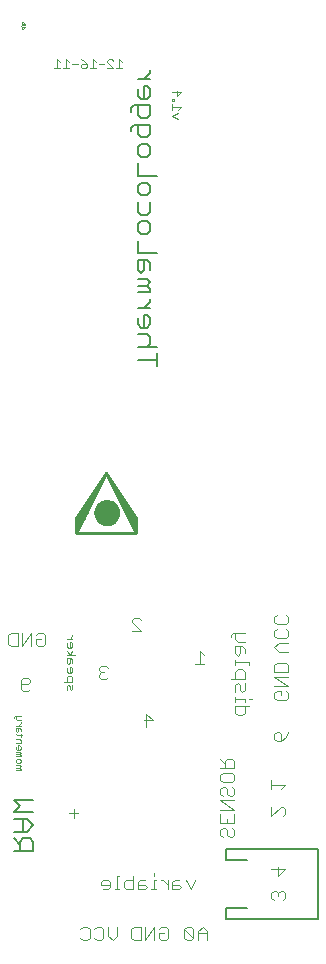
<source format=gbo>
G75*
G70*
%OFA0B0*%
%FSLAX24Y24*%
%IPPOS*%
%LPD*%
%AMOC8*
5,1,8,0,0,1.08239X$1,22.5*
%
%ADD10C,0.0060*%
%ADD11C,0.0020*%
%ADD12C,0.0040*%
%ADD13C,0.0030*%
%ADD14C,0.0010*%
%ADD15C,0.0100*%
%ADD16C,0.0080*%
D10*
X001132Y003554D02*
X001773Y003554D01*
X001773Y003874D01*
X001666Y003981D01*
X001452Y003981D01*
X001346Y003874D01*
X001346Y003554D01*
X001346Y003767D02*
X001132Y003981D01*
X001132Y004198D02*
X001559Y004198D01*
X001773Y004412D01*
X001559Y004625D01*
X001132Y004625D01*
X001132Y004843D02*
X001346Y005056D01*
X001132Y005270D01*
X001773Y005270D01*
X001773Y004843D02*
X001132Y004843D01*
X001452Y004625D02*
X001452Y004198D01*
X005903Y019717D02*
X005903Y020144D01*
X005903Y019931D02*
X005262Y019931D01*
X005262Y020362D02*
X005903Y020362D01*
X005689Y020469D02*
X005689Y020682D01*
X005582Y020789D01*
X005262Y020789D01*
X005369Y021006D02*
X005262Y021113D01*
X005262Y021327D01*
X005262Y021651D02*
X005689Y021651D01*
X005476Y021651D02*
X005689Y021864D01*
X005689Y021971D01*
X005689Y022188D02*
X005689Y022295D01*
X005582Y022402D01*
X005689Y022508D01*
X005582Y022615D01*
X005262Y022615D01*
X005262Y022402D02*
X005582Y022402D01*
X005689Y022188D02*
X005262Y022188D01*
X005369Y022833D02*
X005262Y022939D01*
X005262Y023260D01*
X005582Y023260D01*
X005689Y023153D01*
X005689Y022939D01*
X005476Y022939D02*
X005476Y023260D01*
X005476Y022939D02*
X005369Y022833D01*
X005262Y023477D02*
X005262Y023904D01*
X005369Y024122D02*
X005262Y024229D01*
X005262Y024442D01*
X005369Y024549D01*
X005582Y024549D01*
X005689Y024442D01*
X005689Y024229D01*
X005582Y024122D01*
X005369Y024122D01*
X005369Y024766D02*
X005262Y024873D01*
X005262Y025193D01*
X005369Y025411D02*
X005262Y025518D01*
X005262Y025731D01*
X005369Y025838D01*
X005582Y025838D01*
X005689Y025731D01*
X005689Y025518D01*
X005582Y025411D01*
X005369Y025411D01*
X005689Y025193D02*
X005689Y024873D01*
X005582Y024766D01*
X005369Y024766D01*
X005262Y023477D02*
X005903Y023477D01*
X005582Y021433D02*
X005476Y021433D01*
X005476Y021006D01*
X005582Y021006D02*
X005689Y021113D01*
X005689Y021327D01*
X005582Y021433D01*
X005582Y021006D02*
X005369Y021006D01*
X005689Y020469D02*
X005582Y020362D01*
X005262Y026055D02*
X005262Y026482D01*
X005369Y026700D02*
X005262Y026807D01*
X005262Y027020D01*
X005369Y027127D01*
X005582Y027127D01*
X005689Y027020D01*
X005689Y026807D01*
X005582Y026700D01*
X005369Y026700D01*
X005369Y027344D02*
X005262Y027451D01*
X005262Y027772D01*
X005155Y027772D02*
X005689Y027772D01*
X005689Y027451D01*
X005582Y027344D01*
X005369Y027344D01*
X005049Y027665D02*
X005155Y027772D01*
X005049Y027665D02*
X005049Y027558D01*
X005369Y027989D02*
X005262Y028096D01*
X005262Y028416D01*
X005155Y028416D02*
X005689Y028416D01*
X005689Y028096D01*
X005582Y027989D01*
X005369Y027989D01*
X005049Y028309D02*
X005155Y028416D01*
X005049Y028309D02*
X005049Y028203D01*
X005369Y028634D02*
X005262Y028740D01*
X005262Y028954D01*
X005262Y029278D02*
X005689Y029278D01*
X005476Y029278D02*
X005689Y029492D01*
X005689Y029598D01*
X005582Y029061D02*
X005476Y029061D01*
X005476Y028634D01*
X005582Y028634D02*
X005689Y028740D01*
X005689Y028954D01*
X005582Y029061D01*
X005582Y028634D02*
X005369Y028634D01*
X005262Y026055D02*
X005903Y026055D01*
D11*
X001359Y008072D02*
X001176Y008072D01*
X001139Y008035D01*
X001139Y007998D01*
X001212Y007961D02*
X001212Y008072D01*
X001212Y007961D02*
X001249Y007925D01*
X001359Y007925D01*
X001359Y007851D02*
X001359Y007814D01*
X001286Y007741D01*
X001359Y007741D02*
X001212Y007741D01*
X001212Y007666D02*
X001212Y007556D01*
X001249Y007520D01*
X001286Y007556D01*
X001286Y007666D01*
X001322Y007666D02*
X001212Y007666D01*
X001322Y007666D02*
X001359Y007630D01*
X001359Y007556D01*
X001359Y007446D02*
X001359Y007372D01*
X001396Y007409D02*
X001249Y007409D01*
X001212Y007446D01*
X001212Y007298D02*
X001322Y007298D01*
X001359Y007261D01*
X001359Y007151D01*
X001212Y007151D01*
X001286Y007077D02*
X001286Y006930D01*
X001322Y006930D02*
X001359Y006967D01*
X001359Y007040D01*
X001322Y007077D01*
X001286Y007077D01*
X001212Y007040D02*
X001212Y006967D01*
X001249Y006930D01*
X001322Y006930D01*
X001322Y006856D02*
X001212Y006856D01*
X001212Y006783D02*
X001322Y006783D01*
X001359Y006819D01*
X001322Y006856D01*
X001322Y006783D02*
X001359Y006746D01*
X001359Y006709D01*
X001212Y006709D01*
X001249Y006635D02*
X001322Y006635D01*
X001359Y006598D01*
X001359Y006525D01*
X001322Y006488D01*
X001249Y006488D01*
X001212Y006525D01*
X001212Y006598D01*
X001249Y006635D01*
X001212Y006414D02*
X001322Y006414D01*
X001359Y006377D01*
X001322Y006341D01*
X001212Y006341D01*
X001212Y006267D02*
X001359Y006267D01*
X001359Y006304D01*
X001322Y006341D01*
D12*
X001452Y008877D02*
X001375Y008954D01*
X001375Y009261D01*
X001452Y009338D01*
X001605Y009338D01*
X001682Y009261D01*
X001682Y009184D01*
X001605Y009108D01*
X001375Y009108D01*
X001452Y008877D02*
X001605Y008877D01*
X001682Y008954D01*
X001722Y010377D02*
X001722Y010838D01*
X001415Y010377D01*
X001415Y010838D01*
X001261Y010838D02*
X001031Y010838D01*
X000954Y010761D01*
X000954Y010454D01*
X001031Y010377D01*
X001261Y010377D01*
X001261Y010838D01*
X001875Y010761D02*
X001952Y010838D01*
X002105Y010838D01*
X002182Y010761D01*
X002182Y010454D01*
X002105Y010377D01*
X001952Y010377D01*
X001875Y010454D01*
X001875Y010608D01*
X002029Y010608D01*
X003975Y009661D02*
X003975Y009584D01*
X004052Y009508D01*
X003975Y009431D01*
X003975Y009354D01*
X004052Y009277D01*
X004205Y009277D01*
X004282Y009354D01*
X004129Y009508D02*
X004052Y009508D01*
X003975Y009661D02*
X004052Y009738D01*
X004205Y009738D01*
X004282Y009661D01*
X005075Y010877D02*
X005382Y010877D01*
X005075Y011184D01*
X005075Y011261D01*
X005152Y011338D01*
X005305Y011338D01*
X005382Y011261D01*
X005552Y008138D02*
X005782Y007908D01*
X005475Y007908D01*
X005552Y008138D02*
X005552Y007677D01*
X007175Y009777D02*
X007482Y009777D01*
X007329Y009777D02*
X007329Y010238D01*
X007482Y010084D01*
X008369Y010686D02*
X008369Y010763D01*
X008445Y010840D01*
X008829Y010840D01*
X008829Y010533D02*
X008599Y010533D01*
X008522Y010609D01*
X008522Y010840D01*
X008522Y010379D02*
X008522Y010149D01*
X008599Y010072D01*
X008676Y010149D01*
X008676Y010379D01*
X008752Y010379D02*
X008522Y010379D01*
X008522Y009919D02*
X008522Y009765D01*
X008522Y009842D02*
X008983Y009842D01*
X008983Y009765D01*
X008829Y009535D02*
X008829Y009305D01*
X008369Y009305D01*
X008522Y009305D02*
X008522Y009535D01*
X008599Y009612D01*
X008752Y009612D01*
X008829Y009535D01*
X008829Y009152D02*
X008829Y008921D01*
X008752Y008845D01*
X008676Y008921D01*
X008676Y009075D01*
X008599Y009152D01*
X008522Y009075D01*
X008522Y008845D01*
X008522Y008691D02*
X008522Y008538D01*
X008522Y008614D02*
X008829Y008614D01*
X008829Y008538D01*
X008829Y008384D02*
X008829Y008154D01*
X008752Y008077D01*
X008599Y008077D01*
X008522Y008154D01*
X008522Y008384D01*
X008983Y008384D01*
X008983Y008614D02*
X009059Y008614D01*
X008829Y010149D02*
X008829Y010303D01*
X008752Y010379D01*
X009822Y010350D02*
X009976Y010503D01*
X010283Y010503D01*
X010206Y010657D02*
X010283Y010733D01*
X010283Y010887D01*
X010206Y010963D01*
X010206Y011117D02*
X009899Y011117D01*
X009822Y011194D01*
X009822Y011347D01*
X009899Y011424D01*
X009899Y010963D02*
X009822Y010887D01*
X009822Y010733D01*
X009899Y010657D01*
X010206Y010657D01*
X010283Y010196D02*
X009976Y010196D01*
X009822Y010350D01*
X009899Y009824D02*
X010206Y009824D01*
X010283Y009747D01*
X010283Y009517D01*
X009822Y009517D01*
X009822Y009747D01*
X009899Y009824D01*
X009822Y009363D02*
X010283Y009363D01*
X010283Y009057D02*
X009822Y009363D01*
X009822Y009057D02*
X010283Y009057D01*
X010206Y008903D02*
X010283Y008826D01*
X010283Y008673D01*
X010206Y008596D01*
X009899Y008596D01*
X009822Y008673D01*
X009822Y008826D01*
X009899Y008903D01*
X010052Y008903D01*
X010052Y008750D01*
X009976Y007524D02*
X009899Y007524D01*
X009822Y007447D01*
X009822Y007294D01*
X009899Y007217D01*
X010052Y007217D01*
X010052Y007447D01*
X009976Y007524D01*
X010206Y007370D02*
X010052Y007217D01*
X010206Y007370D02*
X010283Y007524D01*
X009722Y005924D02*
X009722Y005617D01*
X009722Y005770D02*
X010183Y005770D01*
X010029Y005617D01*
X010029Y005024D02*
X010106Y005024D01*
X010183Y004947D01*
X010183Y004794D01*
X010106Y004717D01*
X010029Y005024D02*
X009722Y004717D01*
X009722Y005024D01*
X009952Y003024D02*
X009952Y002717D01*
X010183Y002947D01*
X009722Y002947D01*
X009799Y002224D02*
X009722Y002147D01*
X009722Y001994D01*
X009799Y001917D01*
X009952Y002147D02*
X009876Y002224D01*
X009799Y002224D01*
X009952Y002147D02*
X009952Y002070D01*
X009952Y002147D02*
X010029Y002224D01*
X010106Y002224D01*
X010183Y002147D01*
X010183Y001994D01*
X010106Y001917D01*
X008406Y004015D02*
X008483Y004092D01*
X008483Y004245D01*
X008406Y004322D01*
X008483Y004475D02*
X008022Y004475D01*
X008022Y004782D01*
X008022Y004936D02*
X008483Y004936D01*
X008022Y005243D01*
X008483Y005243D01*
X008406Y005396D02*
X008329Y005396D01*
X008252Y005473D01*
X008252Y005626D01*
X008176Y005703D01*
X008099Y005703D01*
X008022Y005626D01*
X008022Y005473D01*
X008099Y005396D01*
X008099Y005857D02*
X008022Y005933D01*
X008022Y006087D01*
X008099Y006163D01*
X008406Y006163D01*
X008483Y006087D01*
X008483Y005933D01*
X008406Y005857D01*
X008099Y005857D01*
X008176Y006317D02*
X008176Y006547D01*
X008252Y006624D01*
X008406Y006624D01*
X008483Y006547D01*
X008483Y006317D01*
X008022Y006317D01*
X008176Y006470D02*
X008022Y006624D01*
X008406Y005703D02*
X008483Y005626D01*
X008483Y005473D01*
X008406Y005396D01*
X008483Y004782D02*
X008483Y004475D01*
X008252Y004475D02*
X008252Y004629D01*
X008176Y004322D02*
X008099Y004322D01*
X008022Y004245D01*
X008022Y004092D01*
X008099Y004015D01*
X008252Y004092D02*
X008252Y004245D01*
X008176Y004322D01*
X008252Y004092D02*
X008329Y004015D01*
X008406Y004015D01*
X007429Y001038D02*
X007275Y000884D01*
X007275Y000577D01*
X007122Y000654D02*
X006815Y000961D01*
X006815Y000654D01*
X006892Y000577D01*
X007045Y000577D01*
X007122Y000654D01*
X007122Y000961D01*
X007045Y001038D01*
X006892Y001038D01*
X006815Y000961D01*
X007275Y000808D02*
X007582Y000808D01*
X007582Y000884D02*
X007429Y001038D01*
X007582Y000884D02*
X007582Y000577D01*
X007029Y002277D02*
X006875Y002584D01*
X007182Y002584D02*
X007029Y002277D01*
X006722Y002354D02*
X006645Y002431D01*
X006415Y002431D01*
X006415Y002508D02*
X006415Y002277D01*
X006645Y002277D01*
X006722Y002354D01*
X006645Y002584D02*
X006492Y002584D01*
X006415Y002508D01*
X006261Y002584D02*
X006261Y002277D01*
X006261Y002431D02*
X006108Y002584D01*
X006031Y002584D01*
X005878Y002584D02*
X005801Y002584D01*
X005801Y002277D01*
X005878Y002277D02*
X005724Y002277D01*
X005801Y002738D02*
X005801Y002814D01*
X005494Y002584D02*
X005341Y002584D01*
X005264Y002508D01*
X005264Y002277D01*
X005494Y002277D01*
X005571Y002354D01*
X005494Y002431D01*
X005264Y002431D01*
X005110Y002584D02*
X004880Y002584D01*
X004804Y002508D01*
X004804Y002354D01*
X004880Y002277D01*
X005110Y002277D01*
X005110Y002738D01*
X004650Y002738D02*
X004573Y002738D01*
X004573Y002277D01*
X004497Y002277D02*
X004650Y002277D01*
X004343Y002354D02*
X004343Y002508D01*
X004266Y002584D01*
X004113Y002584D01*
X004036Y002508D01*
X004036Y002431D01*
X004343Y002431D01*
X004343Y002354D02*
X004266Y002277D01*
X004113Y002277D01*
X004045Y001038D02*
X003892Y001038D01*
X003815Y000961D01*
X003661Y000961D02*
X003661Y000654D01*
X003585Y000577D01*
X003431Y000577D01*
X003354Y000654D01*
X003354Y000961D02*
X003431Y001038D01*
X003585Y001038D01*
X003661Y000961D01*
X003815Y000654D02*
X003892Y000577D01*
X004045Y000577D01*
X004122Y000654D01*
X004122Y000961D01*
X004045Y001038D01*
X004275Y001038D02*
X004275Y000731D01*
X004429Y000577D01*
X004582Y000731D01*
X004582Y001038D01*
X005054Y000961D02*
X005054Y000654D01*
X005131Y000577D01*
X005361Y000577D01*
X005361Y001038D01*
X005131Y001038D01*
X005054Y000961D01*
X005515Y001038D02*
X005515Y000577D01*
X005822Y001038D01*
X005822Y000577D01*
X005975Y000654D02*
X005975Y000808D01*
X006129Y000808D01*
X006282Y000961D02*
X006205Y001038D01*
X006052Y001038D01*
X005975Y000961D01*
X005975Y000654D02*
X006052Y000577D01*
X006205Y000577D01*
X006282Y000654D01*
X006282Y000961D01*
X003282Y004808D02*
X002975Y004808D01*
X003129Y004961D02*
X003129Y004654D01*
X010206Y011117D02*
X010283Y011194D01*
X010283Y011347D01*
X010206Y011424D01*
D13*
X006611Y027972D02*
X006417Y028069D01*
X006611Y028166D01*
X006611Y028267D02*
X006707Y028364D01*
X006417Y028364D01*
X006417Y028460D02*
X006417Y028267D01*
X006417Y028562D02*
X006417Y028610D01*
X006466Y028610D01*
X006466Y028562D01*
X006417Y028562D01*
X006562Y028709D02*
X006562Y028902D01*
X006417Y028854D02*
X006707Y028854D01*
X006562Y028709D01*
X004744Y029652D02*
X004551Y029652D01*
X004648Y029652D02*
X004648Y029943D01*
X004744Y029846D01*
X004450Y029894D02*
X004401Y029943D01*
X004305Y029943D01*
X004256Y029894D01*
X004256Y029846D01*
X004450Y029652D01*
X004256Y029652D01*
X004155Y029797D02*
X003962Y029797D01*
X003860Y029846D02*
X003764Y029943D01*
X003764Y029652D01*
X003860Y029652D02*
X003667Y029652D01*
X003566Y029701D02*
X003566Y029797D01*
X003421Y029797D01*
X003372Y029749D01*
X003372Y029701D01*
X003421Y029652D01*
X003517Y029652D01*
X003566Y029701D01*
X003566Y029797D02*
X003469Y029894D01*
X003372Y029943D01*
X003271Y029797D02*
X003078Y029797D01*
X002977Y029846D02*
X002880Y029943D01*
X002880Y029652D01*
X002977Y029652D02*
X002783Y029652D01*
X002682Y029652D02*
X002488Y029652D01*
X002585Y029652D02*
X002585Y029943D01*
X002682Y029846D01*
X003091Y010772D02*
X003091Y010724D01*
X002994Y010627D01*
X002897Y010627D02*
X003091Y010627D01*
X003042Y010526D02*
X003091Y010477D01*
X003091Y010381D01*
X003042Y010332D01*
X002946Y010332D01*
X002897Y010381D01*
X002897Y010477D01*
X002994Y010526D02*
X002994Y010332D01*
X003091Y010232D02*
X002994Y010087D01*
X002897Y010232D01*
X002897Y010087D02*
X003187Y010087D01*
X003042Y009985D02*
X003091Y009937D01*
X003091Y009840D01*
X002994Y009840D02*
X002994Y009985D01*
X003042Y009985D02*
X002897Y009985D01*
X002897Y009840D01*
X002946Y009792D01*
X002994Y009840D01*
X002994Y009691D02*
X002994Y009497D01*
X003042Y009497D02*
X003091Y009546D01*
X003091Y009642D01*
X003042Y009691D01*
X002994Y009691D01*
X002897Y009642D02*
X002897Y009546D01*
X002946Y009497D01*
X003042Y009497D01*
X003042Y009396D02*
X002946Y009396D01*
X002897Y009348D01*
X002897Y009203D01*
X002800Y009203D02*
X003091Y009203D01*
X003091Y009348D01*
X003042Y009396D01*
X003091Y009101D02*
X003091Y008956D01*
X003042Y008908D01*
X002994Y008956D01*
X002994Y009053D01*
X002946Y009101D01*
X002897Y009053D01*
X002897Y008908D01*
X002994Y010526D02*
X003042Y010526D01*
D14*
X001452Y030962D02*
X001467Y030977D01*
X001467Y031022D01*
X001497Y031022D02*
X001407Y031022D01*
X001407Y030977D01*
X001422Y030962D01*
X001452Y030962D01*
X001377Y031054D02*
X001377Y031069D01*
X001392Y031084D01*
X001467Y031084D01*
X001497Y031084D02*
X001512Y031084D01*
X001497Y031116D02*
X001407Y031116D01*
X001407Y031161D01*
X001422Y031176D01*
X001452Y031176D01*
X001467Y031161D01*
X001467Y031116D01*
D15*
X004222Y016167D02*
X005222Y014167D01*
X003222Y014167D01*
X004222Y016167D01*
X005222Y014667D01*
X005222Y014167D01*
X005222Y014247D02*
X005182Y014247D01*
X005222Y014346D02*
X005133Y014346D01*
X005084Y014444D02*
X005222Y014444D01*
X005222Y014543D02*
X005034Y014543D01*
X004985Y014641D02*
X005222Y014641D01*
X005174Y014740D02*
X004936Y014740D01*
X004887Y014838D02*
X005108Y014838D01*
X005043Y014937D02*
X004837Y014937D01*
X004788Y015035D02*
X004977Y015035D01*
X004911Y015134D02*
X004739Y015134D01*
X004690Y015232D02*
X004846Y015232D01*
X004780Y015331D02*
X004640Y015331D01*
X004591Y015429D02*
X004714Y015429D01*
X004649Y015528D02*
X004542Y015528D01*
X004583Y015626D02*
X004493Y015626D01*
X004517Y015725D02*
X004443Y015725D01*
X004452Y015823D02*
X004394Y015823D01*
X004386Y015922D02*
X004345Y015922D01*
X004320Y016020D02*
X004296Y016020D01*
X004255Y016119D02*
X004246Y016119D01*
X004198Y016119D02*
X004190Y016119D01*
X004222Y016167D02*
X003222Y014667D01*
X003222Y014167D01*
X003222Y014247D02*
X003262Y014247D01*
X003222Y014346D02*
X003311Y014346D01*
X003361Y014444D02*
X003222Y014444D01*
X003222Y014543D02*
X003410Y014543D01*
X003459Y014641D02*
X003222Y014641D01*
X003271Y014740D02*
X003508Y014740D01*
X003558Y014838D02*
X003336Y014838D01*
X003402Y014937D02*
X003607Y014937D01*
X003656Y015035D02*
X003468Y015035D01*
X003533Y015134D02*
X003705Y015134D01*
X003755Y015232D02*
X003599Y015232D01*
X003665Y015331D02*
X003804Y015331D01*
X003853Y015429D02*
X003730Y015429D01*
X003796Y015528D02*
X003902Y015528D01*
X003862Y015626D02*
X003952Y015626D01*
X003927Y015725D02*
X004001Y015725D01*
X003993Y015823D02*
X004050Y015823D01*
X004059Y015922D02*
X004099Y015922D01*
X004124Y016020D02*
X004149Y016020D01*
X004190Y014837D02*
X004192Y014849D01*
X004197Y014861D01*
X004206Y014870D01*
X004217Y014876D01*
X004229Y014879D01*
X004241Y014878D01*
X004253Y014873D01*
X004263Y014866D01*
X004270Y014855D01*
X004274Y014843D01*
X004274Y014831D01*
X004270Y014819D01*
X004263Y014808D01*
X004253Y014801D01*
X004241Y014796D01*
X004229Y014795D01*
X004217Y014798D01*
X004206Y014804D01*
X004197Y014813D01*
X004192Y014825D01*
X004190Y014837D01*
X004108Y014837D02*
X004110Y014859D01*
X004115Y014879D01*
X004125Y014899D01*
X004137Y014917D01*
X004152Y014932D01*
X004170Y014944D01*
X004190Y014954D01*
X004210Y014959D01*
X004232Y014961D01*
X004254Y014959D01*
X004274Y014954D01*
X004294Y014944D01*
X004312Y014932D01*
X004327Y014917D01*
X004339Y014899D01*
X004349Y014879D01*
X004354Y014859D01*
X004356Y014837D01*
X004354Y014815D01*
X004349Y014795D01*
X004339Y014775D01*
X004327Y014757D01*
X004312Y014742D01*
X004294Y014730D01*
X004274Y014720D01*
X004254Y014715D01*
X004232Y014713D01*
X004210Y014715D01*
X004190Y014720D01*
X004170Y014730D01*
X004152Y014742D01*
X004137Y014757D01*
X004125Y014775D01*
X004115Y014795D01*
X004110Y014815D01*
X004108Y014837D01*
X004022Y014837D02*
X004024Y014866D01*
X004030Y014894D01*
X004039Y014921D01*
X004053Y014946D01*
X004069Y014970D01*
X004089Y014990D01*
X004111Y015009D01*
X004135Y015023D01*
X004162Y015035D01*
X004189Y015043D01*
X004218Y015047D01*
X004246Y015047D01*
X004275Y015043D01*
X004302Y015035D01*
X004329Y015023D01*
X004353Y015009D01*
X004375Y014990D01*
X004395Y014970D01*
X004411Y014946D01*
X004425Y014921D01*
X004434Y014894D01*
X004440Y014866D01*
X004442Y014837D01*
X004440Y014808D01*
X004434Y014780D01*
X004425Y014753D01*
X004411Y014728D01*
X004395Y014704D01*
X004375Y014684D01*
X004353Y014665D01*
X004329Y014651D01*
X004302Y014639D01*
X004275Y014631D01*
X004246Y014627D01*
X004218Y014627D01*
X004189Y014631D01*
X004162Y014639D01*
X004135Y014651D01*
X004111Y014665D01*
X004089Y014684D01*
X004069Y014704D01*
X004053Y014728D01*
X004039Y014753D01*
X004030Y014780D01*
X004024Y014808D01*
X004022Y014837D01*
X003940Y014837D02*
X003942Y014871D01*
X003948Y014904D01*
X003958Y014937D01*
X003971Y014968D01*
X003988Y014997D01*
X004008Y015025D01*
X004032Y015049D01*
X004058Y015071D01*
X004086Y015090D01*
X004116Y015105D01*
X004148Y015117D01*
X004181Y015125D01*
X004215Y015129D01*
X004249Y015129D01*
X004283Y015125D01*
X004316Y015117D01*
X004348Y015105D01*
X004378Y015090D01*
X004406Y015071D01*
X004432Y015049D01*
X004456Y015025D01*
X004476Y014997D01*
X004493Y014968D01*
X004506Y014937D01*
X004516Y014904D01*
X004522Y014871D01*
X004524Y014837D01*
X004522Y014803D01*
X004516Y014770D01*
X004506Y014737D01*
X004493Y014706D01*
X004476Y014677D01*
X004456Y014649D01*
X004432Y014625D01*
X004406Y014603D01*
X004378Y014584D01*
X004348Y014569D01*
X004316Y014557D01*
X004283Y014549D01*
X004249Y014545D01*
X004215Y014545D01*
X004181Y014549D01*
X004148Y014557D01*
X004116Y014569D01*
X004086Y014584D01*
X004058Y014603D01*
X004032Y014625D01*
X004008Y014649D01*
X003988Y014677D01*
X003971Y014706D01*
X003958Y014737D01*
X003948Y014770D01*
X003942Y014803D01*
X003940Y014837D01*
X003852Y014837D02*
X003854Y014875D01*
X003860Y014913D01*
X003869Y014951D01*
X003883Y014987D01*
X003900Y015021D01*
X003920Y015054D01*
X003944Y015085D01*
X003970Y015112D01*
X003999Y015137D01*
X004031Y015159D01*
X004065Y015178D01*
X004100Y015193D01*
X004137Y015205D01*
X004174Y015213D01*
X004213Y015217D01*
X004251Y015217D01*
X004290Y015213D01*
X004327Y015205D01*
X004364Y015193D01*
X004399Y015178D01*
X004433Y015159D01*
X004465Y015137D01*
X004494Y015112D01*
X004520Y015085D01*
X004544Y015054D01*
X004564Y015021D01*
X004581Y014987D01*
X004595Y014951D01*
X004604Y014913D01*
X004610Y014875D01*
X004612Y014837D01*
X004610Y014799D01*
X004604Y014761D01*
X004595Y014723D01*
X004581Y014687D01*
X004564Y014653D01*
X004544Y014620D01*
X004520Y014589D01*
X004494Y014562D01*
X004465Y014537D01*
X004433Y014515D01*
X004399Y014496D01*
X004364Y014481D01*
X004327Y014469D01*
X004290Y014461D01*
X004251Y014457D01*
X004213Y014457D01*
X004174Y014461D01*
X004137Y014469D01*
X004100Y014481D01*
X004065Y014496D01*
X004031Y014515D01*
X003999Y014537D01*
X003970Y014562D01*
X003944Y014589D01*
X003920Y014620D01*
X003900Y014653D01*
X003883Y014687D01*
X003869Y014723D01*
X003860Y014761D01*
X003854Y014799D01*
X003852Y014837D01*
D16*
X008194Y003638D02*
X008194Y003245D01*
X008902Y003245D01*
X008902Y001670D02*
X008194Y001670D01*
X008194Y001276D01*
X011264Y001276D01*
X011264Y003638D01*
X008194Y003638D01*
M02*

</source>
